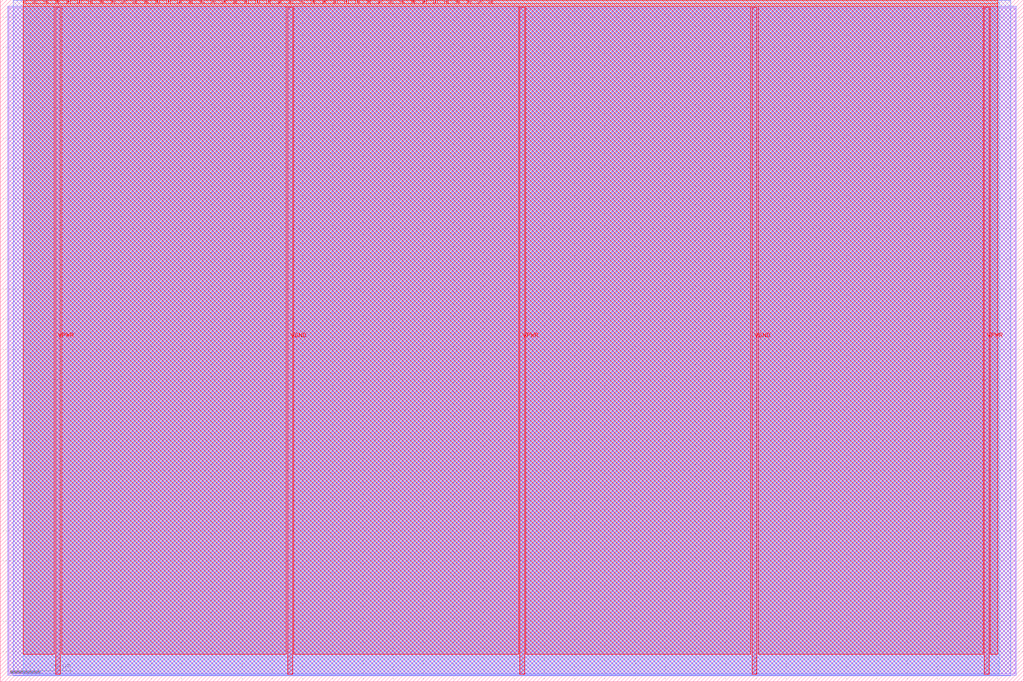
<source format=lef>
VERSION 5.7 ;
  NOWIREEXTENSIONATPIN ON ;
  DIVIDERCHAR "/" ;
  BUSBITCHARS "[]" ;
MACRO tt_um_ks_pyamnihc
  CLASS BLOCK ;
  FOREIGN tt_um_ks_pyamnihc ;
  ORIGIN 0.000 0.000 ;
  SIZE 338.560 BY 225.760 ;
  PIN VGND
    DIRECTION INOUT ;
    USE GROUND ;
    PORT
      LAYER met4 ;
        RECT 95.080 2.480 96.680 223.280 ;
    END
    PORT
      LAYER met4 ;
        RECT 248.680 2.480 250.280 223.280 ;
    END
  END VGND
  PIN VPWR
    DIRECTION INOUT ;
    USE POWER ;
    PORT
      LAYER met4 ;
        RECT 18.280 2.480 19.880 223.280 ;
    END
    PORT
      LAYER met4 ;
        RECT 171.880 2.480 173.480 223.280 ;
    END
    PORT
      LAYER met4 ;
        RECT 325.480 2.480 327.080 223.280 ;
    END
  END VPWR
  PIN clk
    DIRECTION INPUT ;
    USE SIGNAL ;
    ANTENNAGATEAREA 0.852000 ;
    PORT
      LAYER met4 ;
        RECT 158.550 224.760 158.850 225.760 ;
    END
  END clk
  PIN ena
    DIRECTION INPUT ;
    USE SIGNAL ;
    PORT
      LAYER met4 ;
        RECT 162.230 224.760 162.530 225.760 ;
    END
  END ena
  PIN rst_n
    DIRECTION INPUT ;
    USE SIGNAL ;
    ANTENNAGATEAREA 0.159000 ;
    PORT
      LAYER met4 ;
        RECT 154.870 224.760 155.170 225.760 ;
    END
  END rst_n
  PIN ui_in[0]
    DIRECTION INPUT ;
    USE SIGNAL ;
    ANTENNAGATEAREA 0.213000 ;
    PORT
      LAYER met4 ;
        RECT 151.190 224.760 151.490 225.760 ;
    END
  END ui_in[0]
  PIN ui_in[1]
    DIRECTION INPUT ;
    USE SIGNAL ;
    ANTENNAGATEAREA 0.196500 ;
    PORT
      LAYER met4 ;
        RECT 147.510 224.760 147.810 225.760 ;
    END
  END ui_in[1]
  PIN ui_in[2]
    DIRECTION INPUT ;
    USE SIGNAL ;
    ANTENNAGATEAREA 0.196500 ;
    PORT
      LAYER met4 ;
        RECT 143.830 224.760 144.130 225.760 ;
    END
  END ui_in[2]
  PIN ui_in[3]
    DIRECTION INPUT ;
    USE SIGNAL ;
    ANTENNAGATEAREA 0.196500 ;
    PORT
      LAYER met4 ;
        RECT 140.150 224.760 140.450 225.760 ;
    END
  END ui_in[3]
  PIN ui_in[4]
    DIRECTION INPUT ;
    USE SIGNAL ;
    ANTENNAGATEAREA 0.213000 ;
    PORT
      LAYER met4 ;
        RECT 136.470 224.760 136.770 225.760 ;
    END
  END ui_in[4]
  PIN ui_in[5]
    DIRECTION INPUT ;
    USE SIGNAL ;
    ANTENNAGATEAREA 0.213000 ;
    PORT
      LAYER met4 ;
        RECT 132.790 224.760 133.090 225.760 ;
    END
  END ui_in[5]
  PIN ui_in[6]
    DIRECTION INPUT ;
    USE SIGNAL ;
    ANTENNAGATEAREA 0.196500 ;
    PORT
      LAYER met4 ;
        RECT 129.110 224.760 129.410 225.760 ;
    END
  END ui_in[6]
  PIN ui_in[7]
    DIRECTION INPUT ;
    USE SIGNAL ;
    ANTENNAGATEAREA 0.196500 ;
    PORT
      LAYER met4 ;
        RECT 125.430 224.760 125.730 225.760 ;
    END
  END ui_in[7]
  PIN uio_in[0]
    DIRECTION INPUT ;
    USE SIGNAL ;
    ANTENNAGATEAREA 0.196500 ;
    PORT
      LAYER met4 ;
        RECT 121.750 224.760 122.050 225.760 ;
    END
  END uio_in[0]
  PIN uio_in[1]
    DIRECTION INPUT ;
    USE SIGNAL ;
    ANTENNAGATEAREA 0.159000 ;
    PORT
      LAYER met4 ;
        RECT 118.070 224.760 118.370 225.760 ;
    END
  END uio_in[1]
  PIN uio_in[2]
    DIRECTION INPUT ;
    USE SIGNAL ;
    ANTENNAGATEAREA 0.196500 ;
    PORT
      LAYER met4 ;
        RECT 114.390 224.760 114.690 225.760 ;
    END
  END uio_in[2]
  PIN uio_in[3]
    DIRECTION INPUT ;
    USE SIGNAL ;
    ANTENNAGATEAREA 0.213000 ;
    PORT
      LAYER met4 ;
        RECT 110.710 224.760 111.010 225.760 ;
    END
  END uio_in[3]
  PIN uio_in[4]
    DIRECTION INPUT ;
    USE SIGNAL ;
    ANTENNAGATEAREA 0.196500 ;
    PORT
      LAYER met4 ;
        RECT 107.030 224.760 107.330 225.760 ;
    END
  END uio_in[4]
  PIN uio_in[5]
    DIRECTION INPUT ;
    USE SIGNAL ;
    ANTENNAGATEAREA 0.196500 ;
    PORT
      LAYER met4 ;
        RECT 103.350 224.760 103.650 225.760 ;
    END
  END uio_in[5]
  PIN uio_in[6]
    DIRECTION INPUT ;
    USE SIGNAL ;
    ANTENNAGATEAREA 0.196500 ;
    PORT
      LAYER met4 ;
        RECT 99.670 224.760 99.970 225.760 ;
    END
  END uio_in[6]
  PIN uio_in[7]
    DIRECTION INPUT ;
    USE SIGNAL ;
    ANTENNAGATEAREA 0.196500 ;
    PORT
      LAYER met4 ;
        RECT 95.990 224.760 96.290 225.760 ;
    END
  END uio_in[7]
  PIN uio_oe[0]
    DIRECTION OUTPUT TRISTATE ;
    USE SIGNAL ;
    PORT
      LAYER met4 ;
        RECT 33.430 224.760 33.730 225.760 ;
    END
  END uio_oe[0]
  PIN uio_oe[1]
    DIRECTION OUTPUT TRISTATE ;
    USE SIGNAL ;
    PORT
      LAYER met4 ;
        RECT 29.750 224.760 30.050 225.760 ;
    END
  END uio_oe[1]
  PIN uio_oe[2]
    DIRECTION OUTPUT TRISTATE ;
    USE SIGNAL ;
    PORT
      LAYER met4 ;
        RECT 26.070 224.760 26.370 225.760 ;
    END
  END uio_oe[2]
  PIN uio_oe[3]
    DIRECTION OUTPUT TRISTATE ;
    USE SIGNAL ;
    PORT
      LAYER met4 ;
        RECT 22.390 224.760 22.690 225.760 ;
    END
  END uio_oe[3]
  PIN uio_oe[4]
    DIRECTION OUTPUT TRISTATE ;
    USE SIGNAL ;
    PORT
      LAYER met4 ;
        RECT 18.710 224.760 19.010 225.760 ;
    END
  END uio_oe[4]
  PIN uio_oe[5]
    DIRECTION OUTPUT TRISTATE ;
    USE SIGNAL ;
    PORT
      LAYER met4 ;
        RECT 15.030 224.760 15.330 225.760 ;
    END
  END uio_oe[5]
  PIN uio_oe[6]
    DIRECTION OUTPUT TRISTATE ;
    USE SIGNAL ;
    PORT
      LAYER met4 ;
        RECT 11.350 224.760 11.650 225.760 ;
    END
  END uio_oe[6]
  PIN uio_oe[7]
    DIRECTION OUTPUT TRISTATE ;
    USE SIGNAL ;
    PORT
      LAYER met4 ;
        RECT 7.670 224.760 7.970 225.760 ;
    END
  END uio_oe[7]
  PIN uio_out[0]
    DIRECTION OUTPUT TRISTATE ;
    USE SIGNAL ;
    PORT
      LAYER met4 ;
        RECT 62.870 224.760 63.170 225.760 ;
    END
  END uio_out[0]
  PIN uio_out[1]
    DIRECTION OUTPUT TRISTATE ;
    USE SIGNAL ;
    PORT
      LAYER met4 ;
        RECT 59.190 224.760 59.490 225.760 ;
    END
  END uio_out[1]
  PIN uio_out[2]
    DIRECTION OUTPUT TRISTATE ;
    USE SIGNAL ;
    ANTENNADIFFAREA 0.795200 ;
    PORT
      LAYER met4 ;
        RECT 55.510 224.760 55.810 225.760 ;
    END
  END uio_out[2]
  PIN uio_out[3]
    DIRECTION OUTPUT TRISTATE ;
    USE SIGNAL ;
    PORT
      LAYER met4 ;
        RECT 51.830 224.760 52.130 225.760 ;
    END
  END uio_out[3]
  PIN uio_out[4]
    DIRECTION OUTPUT TRISTATE ;
    USE SIGNAL ;
    ANTENNADIFFAREA 0.445500 ;
    PORT
      LAYER met4 ;
        RECT 48.150 224.760 48.450 225.760 ;
    END
  END uio_out[4]
  PIN uio_out[5]
    DIRECTION OUTPUT TRISTATE ;
    USE SIGNAL ;
    ANTENNADIFFAREA 0.795200 ;
    PORT
      LAYER met4 ;
        RECT 44.470 224.760 44.770 225.760 ;
    END
  END uio_out[5]
  PIN uio_out[6]
    DIRECTION OUTPUT TRISTATE ;
    USE SIGNAL ;
    ANTENNADIFFAREA 0.795200 ;
    PORT
      LAYER met4 ;
        RECT 40.790 224.760 41.090 225.760 ;
    END
  END uio_out[6]
  PIN uio_out[7]
    DIRECTION OUTPUT TRISTATE ;
    USE SIGNAL ;
    ANTENNADIFFAREA 0.795200 ;
    PORT
      LAYER met4 ;
        RECT 37.110 224.760 37.410 225.760 ;
    END
  END uio_out[7]
  PIN uo_out[0]
    DIRECTION OUTPUT TRISTATE ;
    USE SIGNAL ;
    ANTENNADIFFAREA 0.795200 ;
    PORT
      LAYER met4 ;
        RECT 92.310 224.760 92.610 225.760 ;
    END
  END uo_out[0]
  PIN uo_out[1]
    DIRECTION OUTPUT TRISTATE ;
    USE SIGNAL ;
    ANTENNADIFFAREA 0.795200 ;
    PORT
      LAYER met4 ;
        RECT 88.630 224.760 88.930 225.760 ;
    END
  END uo_out[1]
  PIN uo_out[2]
    DIRECTION OUTPUT TRISTATE ;
    USE SIGNAL ;
    ANTENNADIFFAREA 0.795200 ;
    PORT
      LAYER met4 ;
        RECT 84.950 224.760 85.250 225.760 ;
    END
  END uo_out[2]
  PIN uo_out[3]
    DIRECTION OUTPUT TRISTATE ;
    USE SIGNAL ;
    ANTENNADIFFAREA 0.795200 ;
    PORT
      LAYER met4 ;
        RECT 81.270 224.760 81.570 225.760 ;
    END
  END uo_out[3]
  PIN uo_out[4]
    DIRECTION OUTPUT TRISTATE ;
    USE SIGNAL ;
    ANTENNADIFFAREA 0.795200 ;
    PORT
      LAYER met4 ;
        RECT 77.590 224.760 77.890 225.760 ;
    END
  END uo_out[4]
  PIN uo_out[5]
    DIRECTION OUTPUT TRISTATE ;
    USE SIGNAL ;
    ANTENNADIFFAREA 0.795200 ;
    PORT
      LAYER met4 ;
        RECT 73.910 224.760 74.210 225.760 ;
    END
  END uo_out[5]
  PIN uo_out[6]
    DIRECTION OUTPUT TRISTATE ;
    USE SIGNAL ;
    ANTENNADIFFAREA 0.795200 ;
    PORT
      LAYER met4 ;
        RECT 70.230 224.760 70.530 225.760 ;
    END
  END uo_out[6]
  PIN uo_out[7]
    DIRECTION OUTPUT TRISTATE ;
    USE SIGNAL ;
    ANTENNADIFFAREA 0.795200 ;
    PORT
      LAYER met4 ;
        RECT 66.550 224.760 66.850 225.760 ;
    END
  END uo_out[7]
  OBS
      LAYER li1 ;
        RECT 2.760 2.635 335.800 223.125 ;
      LAYER met1 ;
        RECT 2.460 2.080 336.100 223.680 ;
      LAYER met2 ;
        RECT 4.240 2.050 334.320 225.605 ;
      LAYER met3 ;
        RECT 7.630 2.555 330.440 225.585 ;
      LAYER met4 ;
        RECT 8.370 224.360 10.950 225.585 ;
        RECT 12.050 224.360 14.630 225.585 ;
        RECT 15.730 224.360 18.310 225.585 ;
        RECT 19.410 224.360 21.990 225.585 ;
        RECT 23.090 224.360 25.670 225.585 ;
        RECT 26.770 224.360 29.350 225.585 ;
        RECT 30.450 224.360 33.030 225.585 ;
        RECT 34.130 224.360 36.710 225.585 ;
        RECT 37.810 224.360 40.390 225.585 ;
        RECT 41.490 224.360 44.070 225.585 ;
        RECT 45.170 224.360 47.750 225.585 ;
        RECT 48.850 224.360 51.430 225.585 ;
        RECT 52.530 224.360 55.110 225.585 ;
        RECT 56.210 224.360 58.790 225.585 ;
        RECT 59.890 224.360 62.470 225.585 ;
        RECT 63.570 224.360 66.150 225.585 ;
        RECT 67.250 224.360 69.830 225.585 ;
        RECT 70.930 224.360 73.510 225.585 ;
        RECT 74.610 224.360 77.190 225.585 ;
        RECT 78.290 224.360 80.870 225.585 ;
        RECT 81.970 224.360 84.550 225.585 ;
        RECT 85.650 224.360 88.230 225.585 ;
        RECT 89.330 224.360 91.910 225.585 ;
        RECT 93.010 224.360 95.590 225.585 ;
        RECT 96.690 224.360 99.270 225.585 ;
        RECT 100.370 224.360 102.950 225.585 ;
        RECT 104.050 224.360 106.630 225.585 ;
        RECT 107.730 224.360 110.310 225.585 ;
        RECT 111.410 224.360 113.990 225.585 ;
        RECT 115.090 224.360 117.670 225.585 ;
        RECT 118.770 224.360 121.350 225.585 ;
        RECT 122.450 224.360 125.030 225.585 ;
        RECT 126.130 224.360 128.710 225.585 ;
        RECT 129.810 224.360 132.390 225.585 ;
        RECT 133.490 224.360 136.070 225.585 ;
        RECT 137.170 224.360 139.750 225.585 ;
        RECT 140.850 224.360 143.430 225.585 ;
        RECT 144.530 224.360 147.110 225.585 ;
        RECT 148.210 224.360 150.790 225.585 ;
        RECT 151.890 224.360 154.470 225.585 ;
        RECT 155.570 224.360 158.150 225.585 ;
        RECT 159.250 224.360 161.830 225.585 ;
        RECT 162.930 224.360 329.985 225.585 ;
        RECT 7.655 223.680 329.985 224.360 ;
        RECT 7.655 9.015 17.880 223.680 ;
        RECT 20.280 9.015 94.680 223.680 ;
        RECT 97.080 9.015 171.480 223.680 ;
        RECT 173.880 9.015 248.280 223.680 ;
        RECT 250.680 9.015 325.080 223.680 ;
        RECT 327.480 9.015 329.985 223.680 ;
  END
END tt_um_ks_pyamnihc
END LIBRARY


</source>
